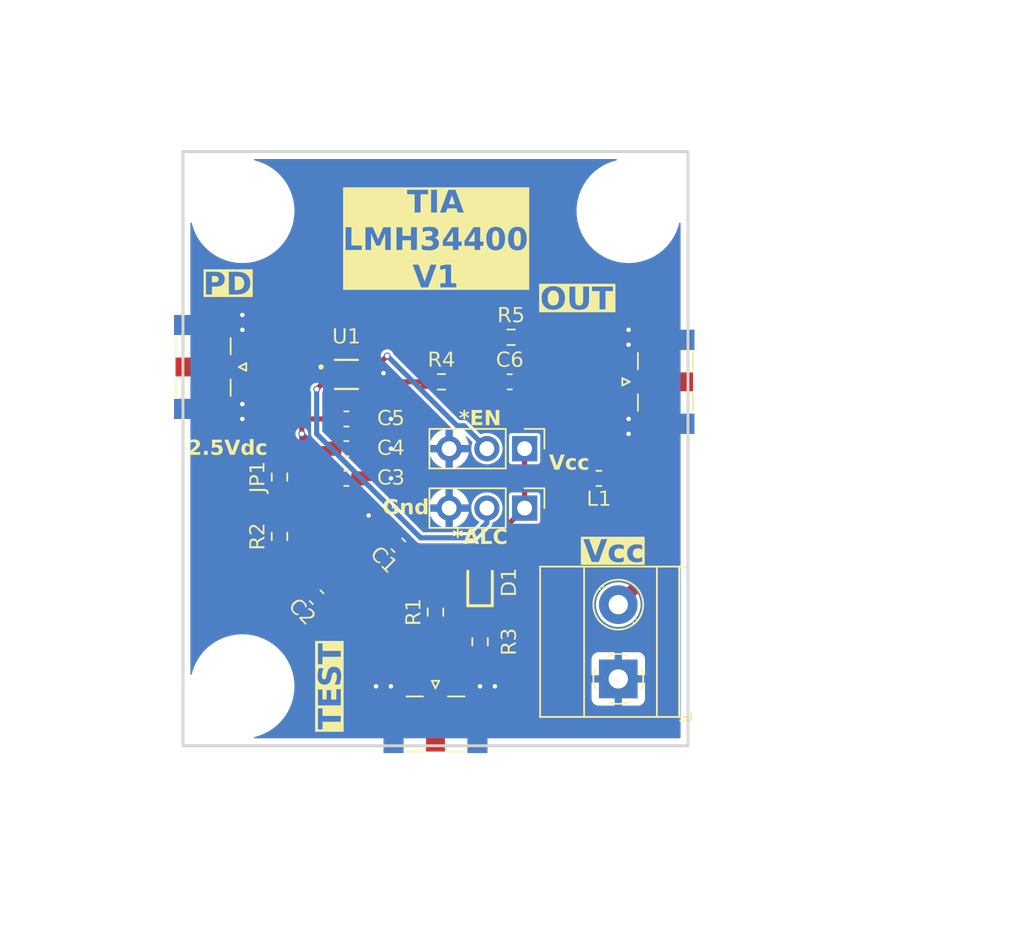
<source format=kicad_pcb>
(kicad_pcb (version 20240108) (generator "pcbnew") (generator_version "8.0")
  (layers (0 "F.Cu" signal) (1 "In1.Cu" signal) (2 "In2.Cu" signal) (31 "B.Cu" signal) (34 "B.Paste" user) (35 "F.Paste" user) (36 "B.SilkS" user "B.Silkscreen") (37 "F.SilkS" user "F.Silkscreen") (38 "B.Mask" user) (39 "F.Mask" user) (44 "Edge.Cuts" user))
  (net 0 "")
  (net 1 "GND")
  (net 2 "Net-(U1-OUT)")
  (net 3 "Net-(J3-Pin_2)")
  (net 4 "VCC")
  (net 5 "Net-(J1-In)")
  (net 6 "Net-(C1-Pad1)")
  (net 7 "Net-(C2-Pad2)")
  (net 8 "Net-(J6-In)")
  (net 9 "Net-(C6-Pad1)")
  (net 10 "Net-(J2-In)")
  (net 11 "Net-(J4-Pin_2)")
  (net 12 "Net-(J5-Pin_2)")
  (net 13 "Net-(JP1-A)")
  (net 14 "Net-(D1-K)")
  (footprint "Resistor_SMD:R_0603_1608Metric_Pad0.98x0.95mm_HandSolder" (layer "F.Cu") (at 113.5 74.9125 90)
    (property "Reference" "JP1" (at 0 -1.43 -90) (layer "F.SilkS") (effects (font (thickness 0.153))))
    (property "Value" "Test")
    (fp_line (start -0.254724 -0.5225) (end 0.254724 -0.5225) (stroke (width 0.12)) (layer "F.SilkS"))
    (fp_line (start -0.254724 0.5225) (end 0.254724 0.5225) (stroke (width 0.12)) (layer "F.SilkS"))
    (pad "1" smd roundrect (at -0.9125 0 90) (size 0.975 0.95) (layers "F.Cu" "F.Paste" "F.Mask") (net 13 "Net-(JP1-A)"))
    (pad "2" smd roundrect (at 0.9125 0 90) (size 0.975 0.95) (layers "F.Cu" "F.Paste" "F.Mask") (net 10 "Net-(J2-In)"))
  )
  (footprint "TerminalBlock_Phoenix:TerminalBlock_Phoenix_MKDS-1,5-2_1x02_P5.00mm_Horizontal" (layer "F.Cu") (at 136.305 88.5 90)
    (property "Reference" "J3")
    (property "Value" "Vout")
    (fp_line (start 7.56 -5.261) (end 7.56 4.66) (stroke (width 0.12)) (layer "F.SilkS"))
    (fp_line (start -2.56 -5.261) (end 7.56 -5.261) (stroke (width 0.12)) (layer "F.SilkS"))
    (fp_line (start -2.56 -5.261) (end -2.56 4.66) (stroke (width 0.12)) (layer "F.SilkS"))
    (fp_line (start -2.56 -2.301) (end 7.56 -2.301) (stroke (width 0.12)) (layer "F.SilkS"))
    (fp_line (start 6.07 -1.275) (end 6.035 -1.239) (stroke (width 0.12)) (layer "F.SilkS"))
    (fp_line (start 6.275 -1.069) (end 6.228 -1.023) (stroke (width 0.12)) (layer "F.SilkS"))
    (fp_line (start 3.773 1.023) (end 3.726 1.069) (stroke (width 0.12)) (layer "F.SilkS"))
    (fp_line (start 3.966 1.239) (end 3.931 1.274) (stroke (width 0.12)) (layer "F.SilkS"))
    (fp_line (start -2.56 2.6) (end 7.56 2.6) (stroke (width 0.12)) (layer "F.SilkS"))
    (fp_line (start -2.56 4.1) (end 7.56 4.1) (stroke (width 0.12)) (layer "F.SilkS"))
    (fp_line (start -2.8 4.16) (end -2.8 4.9) (stroke (width 0.12)) (layer "F.SilkS"))
    (fp_line (start -2.56 4.66) (end 7.56 4.66) (stroke (width 0.12)) (layer "F.SilkS"))
    (fp_line (start -2.8 4.9) (end -2.3 4.9) (stroke (width 0.12)) (layer "F.SilkS"))
    (fp_arc (start -0.683042 -1.535427) (mid 0.000524 -1.680501) (end 0.684 -1.535) (stroke (width 0.12)) (layer "F.SilkS"))
    (fp_arc (start 1.535427 -0.683042) (mid 1.680501 0.000524) (end 1.535 0.684) (stroke (width 0.12)) (layer "F.SilkS"))
    (fp_arc (start -1.535427 0.683042) (mid -1.680501 -0.000524) (end -1.535 -0.684) (stroke (width 0.12)) (layer "F.SilkS"))
    (fp_arc (start 0.683318 1.534756) (mid 0.349292 1.643288) (end 0 1.68) (stroke (width 0.12)) (layer "F.SilkS"))
    (fp_arc (start 0.028805 1.680253) (mid -0.335551 1.646659) (end -0.684 1.535) (stroke (width 0.12)) (layer "F.SilkS"))
    (fp_circle (center 5 0) (end 6.68 0) (stroke (width 0.12)) (fill none) (layer "F.SilkS"))
    (pad "1" thru_hole rect (at 0 0 90) (size 2.6 2.6) (drill 1.3) (layers "*.Cu" "*.Mask") (net 1 "GND"))
    (pad "2" thru_hole circle (at 5 0 90) (size 2.6 2.6) (drill 1.3) (layers "*.Cu" "*.Mask") (net 3 "Net-(J3-Pin_2)"))
  )
  (footprint "Resistor_SMD:R_0603_1608Metric_Pad0.98x0.95mm_HandSolder" (layer "F.Cu") (at 124 84 90)
    (property "Reference" "R1" (at 0 -1.43 -90) (layer "F.SilkS") (effects (font (thickness 0.153))))
    (property "Value" "50")
    (fp_line (start -0.254724 -0.5225) (end 0.254724 -0.5225) (stroke (width 0.12)) (layer "F.SilkS"))
    (fp_line (start -0.254724 0.5225) (end 0.254724 0.5225) (stroke (width 0.12)) (layer "F.SilkS"))
    (pad "1" smd roundrect (at -0.9125 0 90) (size 0.975 0.95) (layers "F.Cu" "F.Paste" "F.Mask") (net 5 "Net-(J1-In)"))
    (pad "2" smd roundrect (at 0.9125 0 90) (size 0.975 0.95) (layers "F.Cu" "F.Paste" "F.Mask") (net 6 "Net-(C1-Pad1)"))
  )
  (footprint "Inductor_SMD:L_0603_1608Metric_Pad1.05x0.95mm_HandSolder" (layer "F.Cu") (at 135 75 180)
    (property "Reference" "L1" (at 0 -1.43 180) (layer "F.SilkS"))
    (property "Value" "BLM18BA100SN1D")
    (fp_line (start -0.171268 0.51) (end 0.171268 0.51) (stroke (width 0.12)) (layer "F.SilkS"))
    (fp_line (start -0.171268 -0.51) (end 0.171268 -0.51) (stroke (width 0.12)) (layer "F.SilkS"))
    (pad "1" smd roundrect (at -0.874999 0 180) (size 1.05 0.95) (layers "F.Cu" "F.Paste" "F.Mask") (net 3 "Net-(J3-Pin_2)"))
    (pad "2" smd roundrect (at 0.874999 0 180) (size 1.05 0.95) (layers "F.Cu" "F.Paste" "F.Mask") (net 4 "VCC"))
  )
  (footprint "Connector_PinHeader_2.54mm:PinHeader_1x03_P2.54mm_Vertical" (layer "F.Cu") (at 130 73 -90)
    (property "Reference" "J5" (hide yes))
    (property "Value" "N_ALC")
    (fp_line (start -1.33 6.409999) (end 1.33 6.409999) (stroke (width 0.12)) (layer "F.SilkS"))
    (fp_line (start -1.33 1.270001) (end -1.33 6.409999) (stroke (width 0.12)) (layer "F.SilkS"))
    (fp_line (start -1.33 1.270001) (end 1.33 1.270001) (stroke (width 0.12)) (layer "F.SilkS"))
    (fp_line (start 1.33 1.270001) (end 1.33 6.409999) (stroke (width 0.12)) (layer "F.SilkS"))
    (fp_line (start -1.33 0) (end -1.33 -1.33) (stroke (width 0.12)) (layer "F.SilkS"))
    (fp_line (start -1.33 -1.33) (end 0 -1.33) (stroke (width 0.12)) (layer "F.SilkS"))
    (pad "1" thru_hole rect (at 0 0 270) (size 1.7 1.7) (drill 1) (layers "*.Cu" "*.Mask") (net 4 "VCC"))
    (pad "2" thru_hole oval (at 0 2.54 270) (size 1.7 1.7) (drill 1) (layers "*.Cu" "*.Mask") (net 12 "Net-(J5-Pin_2)"))
    (pad "3" thru_hole oval (at 0 5.079999 270) (size 1.7 1.7) (drill 1) (layers "*.Cu" "*.Mask") (net 1 "GND"))
  )
  (footprint "MountingHole:MountingHole_3.2mm_M3_DIN965" (layer "F.Cu") (at 137 57)
    (property "Reference" "H2" (hide yes))
    (property "Value" "M3")
    (pad "" np_thru_hole circle (at 0 0) (size 3.2 3.2) (drill 3.2) (layers "*.Cu" "*.Mask"))
  )
  (footprint "LumiCom_TIA:SOT5X3-6_DRL_TEX" (layer "F.Cu") (at 118 68)
    (property "Reference" "U1" (at 0 -2.5 0) (layer "F.SilkS") (effects (font (thickness 0.153))))
    (property "Value" "XLMH34400IDRLR")
    (fp_line (start -0.7747 0.9779) (end 0.7747 0.9779) (stroke (width 0.1524)) (layer "F.SilkS"))
    (fp_line (start 0.7747 -0.9779) (end -0.7747 -0.9779) (stroke (width 0.1524)) (layer "F.SilkS"))
    (fp_circle (center -1.701699 -0.5) (end -1.600099 -0.5) (stroke (width 0.1524)) (fill solid) (layer "F.SilkS"))
    (pad "1" smd rect (at -0.7977 -0.499999) (size 0.706399 0.2294) (layers "F.Cu" "F.Paste" "F.Mask") (net 10 "Net-(J2-In)"))
    (pad "2" smd rect (at -0.7977 0) (size 0.706399 0.2294) (layers "F.Cu" "F.Paste" "F.Mask") (net 4 "VCC"))
    (pad "3" smd rect (at -0.7977 0.499999) (size 0.706399 0.2294) (layers "F.Cu" "F.Paste" "F.Mask") (net 11 "Net-(J4-Pin_2)"))
    (pad "4" smd rect (at 0.7977 0.499999) (size 0.706399 0.2294) (layers "F.Cu" "F.Paste" "F.Mask") (net 2 "Net-(U1-OUT)"))
    (pad "5" smd rect (at 0.7977 0) (size 0.706399 0.2294) (layers "F.Cu" "F.Paste" "F.Mask") (net 1 "GND"))
    (pad "6" smd rect (at 0.7977 -0.499999) (size 0.706399 0.2294) (layers "F.Cu" "F.Paste" "F.Mask") (net 12 "Net-(J5-Pin_2)"))
  )
  (footprint "Connector_PinHeader_2.54mm:PinHeader_1x03_P2.54mm_Vertical" (layer "F.Cu") (at 130 77 -90)
    (property "Reference" "J4" (hide yes))
    (property "Value" "N_EN")
    (fp_line (start -1.33 6.409999) (end 1.33 6.409999) (stroke (width 0.12)) (layer "F.SilkS"))
    (fp_line (start -1.33 1.270001) (end -1.33 6.409999) (stroke (width 0.12)) (layer "F.SilkS"))
    (fp_line (start -1.33 1.270001) (end 1.33 1.270001) (stroke (width 0.12)) (layer "F.SilkS"))
    (fp_line (start 1.33 1.270001) (end 1.33 6.409999) (stroke (width 0.12)) (layer "F.SilkS"))
    (fp_line (start -1.33 0) (end -1.33 -1.33) (stroke (width 0.12)) (layer "F.SilkS"))
    (fp_line (start -1.33 -1.33) (end 0 -1.33) (stroke (width 0.12)) (layer "F.SilkS"))
    (pad "1" thru_hole rect (at 0 0 270) (size 1.7 1.7) (drill 1) (layers "*.Cu" "*.Mask") (net 4 "VCC"))
    (pad "2" thru_hole oval (at 0 2.54 270) (size 1.7 1.7) (drill 1) (layers "*.Cu" "*.Mask") (net 11 "Net-(J4-Pin_2)"))
    (pad "3" thru_hole oval (at 0 5.079999 270) (size 1.7 1.7) (drill 1) (layers "*.Cu" "*.Mask") (net 1 "GND"))
  )
  (footprint "Resistor_SMD:R_0603_1608Metric_Pad0.98x0.95mm_HandSolder" (layer "F.Cu") (at 124.4 68.5)
    (property "Reference" "R4" (at 0 -1.43 0) (layer "F.SilkS") (effects (font (thickness 0.153))))
    (property "Value" "50")
    (fp_line (start -0.254724 -0.5225) (end 0.254724 -0.5225) (stroke (width 0.12)) (layer "F.SilkS"))
    (fp_line (start -0.254724 0.5225) (end 0.254724 0.5225) (stroke (width 0.12)) (layer "F.SilkS"))
    (pad "1" smd roundrect (at -0.9125 0) (size 0.975 0.95) (layers "F.Cu" "F.Paste" "F.Mask") (net 2 "Net-(U1-OUT)"))
    (pad "2" smd roundrect (at 0.9125 0) (size 0.975 0.95) (layers "F.Cu" "F.Paste" "F.Mask") (net 9 "Net-(C6-Pad1)"))
  )
  (footprint "Capacitor_SMD:C_0603_1608Metric_Pad1.08x0.95mm_HandSolder" (layer "F.Cu") (at 121.5 79.5 135)
    (property "Reference" "C1" (at 0 -1.43 -45) (layer "F.SilkS") (effects (font (thickness 0.153))))
    (property "Value" "1uF")
    (fp_line (start -0.146267 -0.51) (end 0.146267 -0.51) (stroke (width 0.12)) (layer "F.SilkS"))
    (fp_line (start -0.146267 0.51) (end 0.146267 0.51) (stroke (width 0.12)) (layer "F.SilkS"))
    (pad "1" smd roundrect (at -0.862501 0 135) (size 1.075 0.95) (layers "F.Cu" "F.Paste" "F.Mask") (net 6 "Net-(C1-Pad1)"))
    (pad "2" smd roundrect (at 0.862501 0 135) (size 1.075 0.95) (layers "F.Cu" "F.Paste" "F.Mask") (net 1 "GND"))
  )
  (footprint "Capacitor_SMD:C_0603_1608Metric_Pad1.08x0.95mm_HandSolder" (layer "F.Cu") (at 118 73)
    (property "Reference" "C4" (at 3 0 0) (layer "F.SilkS"))
    (property "Value" "1uF")
    (fp_line (start -0.146267 -0.51) (end 0.146267 -0.51) (stroke (width 0.12)) (layer "F.SilkS"))
    (fp_line (start -0.146267 0.51) (end 0.146267 0.51) (stroke (width 0.12)) (layer "F.SilkS"))
    (pad "1" smd roundrect (at -0.8625 0) (size 1.075 0.95) (layers "F.Cu" "F.Paste" "F.Mask") (net 4 "VCC"))
    (pad "2" smd roundrect (at 0.8625 0) (size 1.075 0.95) (layers "F.Cu" "F.Paste" "F.Mask") (net 1 "GND"))
  )
  (footprint "Capacitor_SMD:C_0603_1608Metric_Pad1.08x0.95mm_HandSolder" (layer "F.Cu") (at 118 75)
    (property "Reference" "C3" (at 3 0 0) (layer "F.SilkS"))
    (property "Value" "10uF")
    (fp_line (start -0.146267 -0.51) (end 0.146267 -0.51) (stroke (width 0.12)) (layer "F.SilkS"))
    (fp_line (start -0.146267 0.51) (end 0.146267 0.51) (stroke (width 0.12)) (layer "F.SilkS"))
    (pad "1" smd roundrect (at -0.8625 0) (size 1.075 0.95) (layers "F.Cu" "F.Paste" "F.Mask") (net 4 "VCC"))
    (pad "2" smd roundrect (at 0.8625 0) (size 1.075 0.95) (layers "F.Cu" "F.Paste" "F.Mask") (net 1 "GND"))
  )
  (footprint "Resistor_SMD:R_0603_1608Metric_Pad0.98x0.95mm_HandSolder" (layer "F.Cu") (at 129.0875 65.5)
    (property "Reference" "R5" (at 0 -1.43 0) (layer "F.SilkS"))
    (property "Value" "0")
    (fp_line (start -0.254724 -0.5225) (end 0.254724 -0.5225) (stroke (width 0.12)) (layer "F.SilkS"))
    (fp_line (start -0.254724 0.5225) (end 0.254724 0.5225) (stroke (width 0.12)) (layer "F.SilkS"))
    (pad "1" smd roundrect (at -0.9125 0) (size 0.975 0.95) (layers "F.Cu" "F.Paste" "F.Mask") (net 9 "Net-(C6-Pad1)"))
    (pad "2" smd roundrect (at 0.9125 0) (size 0.975 0.95) (layers "F.Cu" "F.Paste" "F.Mask") (net 8 "Net-(J6-In)"))
  )
  (footprint "MountingHole:MountingHole_3.2mm_M3_DIN965" (layer "F.Cu") (at 111 57)
    (property "Reference" "H1" (hide yes))
    (property "Value" "M3")
    (pad "" np_thru_hole circle (at 0 0) (size 3.2 3.2) (drill 3.2) (layers "*.Cu" "*.Mask"))
  )
  (footprint "LumiCom_TIA:LEDC1608X80N" (layer "F.Cu") (at 127 82 90)
    (property "Reference" "D1" (at 0 2 -90) (layer "F.SilkS") (effects (font (thickness 0.254))))
    (property "Value" "150060VS75000 " (hide yes))
    (fp_line (start 0.75 -0.825) (end -1.575 -0.825) (stroke (width 0.2)) (layer "F.SilkS"))
    (fp_line (start -1.575 -0.825) (end -1.575 0.825) (stroke (width 0.2)) (layer "F.SilkS"))
    (fp_line (start -1.575 0.825) (end 0.75 0.825) (stroke (width 0.2)) (layer "F.SilkS"))
    (pad "1" smd rect (at -0.75 0 180) (size 0.95 0.95) (layers "F.Cu" "F.Paste" "F.Mask") (net 14 "Net-(D1-K)"))
    (pad "2" smd rect (at 0.75 0 180) (size 0.95 0.95) (layers "F.Cu" "F.Paste" "F.Mask") (net 4 "VCC"))
  )
  (footprint "Connector_Coaxial:SMA_Samtec_SMA-J-P-X-ST-EM1_EdgeMount" (layer "F.Cu") (at 108.5 67.5 -90)
    (property "Reference" "J2")
    (property "Value" "Conn_Coaxial")
    (fp_line (start -1.95 2) (end -0.84 2) (stroke (width 0.12)) (layer "F.SilkS"))
    (fp_line (start 0.84 2) (end 1.95 2) (stroke (width 0.12)) (layer "F.SilkS"))
    (fp_line (start -1.95 -1.71) (end -0.84 -1.71) (stroke (width 0.12)) (layer "F.SilkS"))
    (fp_line (start 0.84 -1.71) (end 1.95 -1.71) (stroke (width 0.12)) (layer "F.SilkS"))
    (fp_line (start 0 -2.26) (end 0.25 -2.76) (stroke (width 0.12)) (layer "F.SilkS"))
    (fp_line (start -0.25 -2.76) (end 0 -2.26) (stroke (width 0.12)) (layer "F.SilkS"))
    (fp_line (start 0.25 -2.76) (end -0.25 -2.76) (stroke (width 0.12)) (layer "F.SilkS"))
    (pad "1" smd rect (at 0 0.199999 270) (size 1.27 3.6) (layers "F.Cu" "F.Paste" "F.Mask") (net 10 "Net-(J2-In)"))
    (pad "2" smd rect (at -2.825 0 270) (size 1.35 4.2) (layers "F.Cu" "F.Paste" "F.Mask") (net 1 "GND"))
    (pad "2" smd rect (at -2.825 0 270) (size 1.35 4.2) (layers "B.Cu" "B.Paste" "B.Mask") (net 1 "GND"))
    (pad "2" smd rect (at 2.825 0 270) (size 1.35 4.2) (layers "F.Cu" "F.Paste" "F.Mask") (net 1 "GND"))
    (pad "2" smd rect (at 2.825 0 270) (size 1.35 4.2) (layers "B.Cu" "B.Paste" "B.Mask") (net 1 "GND"))
  )
  (footprint "Capacitor_SMD:C_0603_1608Metric_Pad1.08x0.95mm_HandSolder" (layer "F.Cu") (at 129 68.5)
    (property "Reference" "C6" (at 0 -1.43 0) (layer "F.SilkS") (effects (font (thickness 0.153))))
    (property "Value" "1uF")
    (fp_line (start -0.146267 -0.51) (end 0.146267 -0.51) (stroke (width 0.12)) (layer "F.SilkS"))
    (fp_line (start -0.146267 0.51) (end 0.146267 0.51) (stroke (width 0.12)) (layer "F.SilkS"))
    (pad "1" smd roundrect (at -0.8625 0) (size 1.075 0.95) (layers "F.Cu" "F.Paste" "F.Mask") (net 9 "Net-(C6-Pad1)"))
    (pad "2" smd roundrect (at 0.8625 0) (size 1.075 0.95) (layers "F.Cu" "F.Paste" "F.Mask") (net 8 "Net-(J6-In)"))
  )
  (footprint "Connector_Coaxial:SMA_Samtec_SMA-J-P-X-ST-EM1_EdgeMount" (layer "F.Cu") (at 139.3375 68.5 90)
    (property "Reference" "J6")
    (property "Value" "Conn_Coaxial")
    (fp_line (start 0.25 -2.76) (end -0.25 -2.76) (stroke (width 0.12)) (layer "F.SilkS"))
    (fp_line (start -0.25 -2.76) (end 0 -2.26) (stroke (width 0.12)) (layer "F.SilkS"))
    (fp_line (start 0 -2.26) (end 0.25 -2.76) (stroke (width 0.12)) (layer "F.SilkS"))
    (fp_line (start 0.84 -1.71) (end 1.95 -1.71) (stroke (width 0.12)) (layer "F.SilkS"))
    (fp_line (start -1.95 -1.71) (end -0.84 -1.71) (stroke (width 0.12)) (layer "F.SilkS"))
    (fp_line (start 0.84 2) (end 1.95 2) (stroke (width 0.12)) (layer "F.SilkS"))
    (fp_line (start -1.95 2) (end -0.84 2) (stroke (width 0.12)) (layer "F.SilkS"))
    (pad "1" smd rect (at 0 0.199999 90) (size 1.27 3.6) (layers "F.Cu" "F.Paste" "F.Mask") (net 8 "Net-(J6-In)"))
    (pad "2" smd rect (at -2.825 0 90) (size 1.35 4.2) (layers "F.Cu" "F.Paste" "F.Mask") (net 1 "GND"))
    (pad "2" smd rect (at -2.825 0 90) (size 1.35 4.2) (layers "B.Cu" "B.Paste" "B.Mask") (net 1 "GND"))
    (pad "2" smd rect (at 2.825 0 90) (size 1.35 4.2) (layers "F.Cu" "F.Paste" "F.Mask") (net 1 "GND"))
    (pad "2" smd rect (at 2.825 0 90) (size 1.35 4.2) (layers "B.Cu" "B.Paste" "B.Mask") (net 1 "GND"))
  )
  (footprint "Capacitor_SMD:C_0603_1608Metric_Pad1.08x0.95mm_HandSolder" (layer "F.Cu") (at 118 71)
    (property "Reference" "C5" (at 3 0 0) (layer "F.SilkS"))
    (property "Value" "100nF")
    (fp_line (start -0.146267 -0.51) (end 0.146267 -0.51) (stroke (width 0.12)) (layer "F.SilkS"))
    (fp_line (start -0.146267 0.51) (end 0.146267 0.51) (stroke (width 0.12)) (layer "F.SilkS"))
    (pad "1" smd roundrect (at -0.8625 0) (size 1.075 0.95) (layers "F.Cu" "F.Paste" "F.Mask") (net 4 "VCC"))
    (pad "2" smd roundrect (at 0.8625 0) (size 1.075 0.95) (layers "F.Cu" "F.Paste" "F.Mask") (net 1 "GND"))
  )
  (footprint "Capacitor_SMD:C_0603_1608Metric_Pad1.08x0.95mm_HandSolder" (layer "F.Cu") (at 116 83 135)
    (property "Reference" "C2" (at 0 -1.43 -45) (layer "F.SilkS") (effects (font (thickness 0.153))))
    (property "Value" "1uF")
    (fp_line (start -0.146267 -0.51) (end 0.146267 -0.51) (stroke (width 0.12)) (layer "F.SilkS"))
    (fp_line (start -0.146267 0.51) (end 0.146267 0.51) (stroke (width 0.12)) (layer "F.SilkS"))
    (pad "1" smd roundrect (at -0.862501 0 135) (size 1.075 0.95) (layers "F.Cu" "F.Paste" "F.Mask") (net 5 "Net-(J1-In)"))
    (pad "2" smd roundrect (at 0.862501 0 135) (size 1.075 0.95) (layers "F.Cu" "F.Paste" "F.Mask") (net 7 "Net-(C2-Pad2)"))
  )
  (footprint "Resistor_SMD:R_0603_1608Metric_Pad0.98x0.95mm_HandSolder" (layer "F.Cu") (at 113.5 78.9125 90)
    (property "Reference" "R2" (at 0 -1.43 -90) (layer "F.SilkS") (effects (font (thickness 0.153))))
    (property "Value" "4.02K")
    (fp_line (start -0.254724 -0.5225) (end 0.254724 -0.5225) (stroke (width 0.12)) (layer "F.SilkS"))
    (fp_line (start -0.254724 0.5225) (end 0.254724 0.5225) (stroke (width 0.12)) (layer "F.SilkS"))
    (pad "1" smd roundrect (at -0.9125 0 90) (size 0.975 0.95) (layers "F.Cu" "F.Paste" "F.Mask") (net 7 "Net-(C2-Pad2)"))
    (pad "2" smd roundrect (at 0.9125 0 90) (size 0.975 0.95) (layers "F.Cu" "F.Paste" "F.Mask") (net 13 "Net-(JP1-A)"))
  )
  (footprint "MountingHole:MountingHole_3.2mm_M3_DIN965" (layer "F.Cu") (at 111 89)
    (property "Reference" "H3" (hide yes))
    (property "Value" "M3")
    (pad "" np_thru_hole circle (at 0 0) (size 3.2 3.2) (drill 3.2) (layers "*.Cu" "*.Mask"))
  )
  (footprint "Connector_Coaxial:SMA_Samtec_SMA-J-P-X-ST-EM1_EdgeMount" (layer "F.Cu") (at 124 91.39)
    (property "Reference" "J1")
    (property "Value" "TEST")
    (fp_line (start -1.95 -1.71) (end -0.84 -1.71) (stroke (width 0.12)) (layer "F.SilkS"))
    (fp_line (start -1.95 2) (end -0.84 2) (stroke (width 0.12)) (layer "F.SilkS"))
    (fp_line (start -0.25 -2.76) (end 0 -2.26) (stroke (width 0.12)) (layer "F.SilkS"))
    (fp_line (start 0 -2.26) (end 0.25 -2.76) (stroke (width 0.12)) (layer "F.SilkS"))
    (fp_line (start 0.25 -2.76) (end -0.25 -2.76) (stroke (width 0.12)) (layer "F.SilkS"))
    (fp_line (start 0.84 -1.71) (end 1.95 -1.71) (stroke (width 0.12)) (layer "F.SilkS"))
    (fp_line (start 0.84 2) (end 1.95 2) (stroke (width 0.12)) (layer "F.SilkS"))
    (pad "1" smd rect (at 0 0.199999) (size 1.27 3.6) (layers "F.Cu" "F.Paste" "F.Mask") (net 5 "Net-(J1-In)"))
    (pad "2" smd rect (at -2.825 0) (size 1.35 4.2) (layers "F.Cu" "F.Paste" "F.Mask") (net 1 "GND"))
    (pad "2" smd rect (at -2.825 0) (size 1.35 4.2) (layers "B.Cu" "B.Paste" "B.Mask") (net 1 "GND"))
    (pad "2" smd rect (at 2.825 0) (size 1.35 4.2) (layers "F.Cu" "F.Paste" "F.Mask") (net 1 "GND"))
    (pad "2" smd rect (at 2.825 0) (size 1.35 4.2) (layers "B.Cu" "B.Paste" "B.Mask") (net 1 "GND"))
  )
  (footprint "Resistor_SMD:R_0603_1608Metric_Pad0.98x0.95mm_HandSolder" (layer "F.Cu") (at 127 86 -90)
    (property "Reference" "R3" (at 0 -2 90) (layer "F.SilkS"))
    (property "Value" "1k2")
    (fp_line (start -0.254724 0.5225) (end 0.254724 0.5225) (stroke (width 0.12)) (layer "F.SilkS"))
    (fp_line (start -0.254724 -0.5225) (end 0.254724 -0.5225) (stroke (width 0.12)) (layer "F.SilkS"))
    (pad "1" smd roundrect (at -0.9125 0 270) (size 0.975 0.95) (layers "F.Cu" "F.Paste" "F.Mask") (net 14 "Net-(D1-K)"))
    (pad "2" smd roundrect (at 0.9125 0 270) (size 0.975 0.95) (layers "F.Cu" "F.Paste" "F.Mask") (net 1 "GND"))
  )
  (gr_rect (start 107 53) (end 141 93) (stroke (width 0.2)) (fill none) (layer "Edge.Cuts"))
  (gr_text "TEST" (at 117 89 90) (layer "F.SilkS" knockout) (effects (font (size 1.5 1.5) (thickness 0.3) (bold yes) (italic yes))))
  (gr_text "2.5Vdc" (at 110 73 0) (layer "F.SilkS") (effects (font (size 1 1) (thickness 0.25) (bold yes))))
  (gr_text "PD" (at 110 62 0) (layer "F.SilkS" knockout) (effects (font (size 1.5 1.5) (thickness 0.3) (bold yes) (italic yes))))
  (gr_text "OUT" (at 133.5 63 0) (layer "F.SilkS" knockout) (effects (font (size 1.5 1.5) (thickness 0.3) (bold yes) (italic yes))))
  (gr_text "Vcc" (at 136 80 0) (layer "F.SilkS" knockout) (effects (font (size 1.5 1.5) (thickness 0.3) (bold yes) (italic yes))))
  (gr_text "*ALC" (at 127 79 0) (layer "F.SilkS") (effects (font (size 1 1) (thickness 0.2) (bold yes))))
  (gr_text "Vcc" (at 133 74 0) (layer "F.SilkS") (effects (font (size 1 1) (thickness 0.2) (bold yes))))
  (gr_text "TIA\nLMH34400\nV1" (at 124 59 0) (layer "F.SilkS" knockout) (effects (font (size 1.5 1.5) (thickness 0.3) (bold yes) (italic yes))))
  (gr_text "*EN" (at 127 71 0) (layer "F.SilkS") (effects (font (size 1 1) (thickness 0.2) (bold yes))))
  (gr_text "Gnd" (at 122 77 0) (layer "F.SilkS") (effects (font (size 1 1) (thickness 0.2) (bold yes))))
  (segment (start 127 91.215) (end 126.825 91.39) (width 0.3493) (layer "F.Cu") (net 1))
  (segment (start 108.825 65) (end 108.5 64.675) (width 0.3493) (layer "F.Cu") (net 1))
  (segment (start 111 71) (end 109.175 71) (width 0.3493) (layer "F.Cu") (net 1))
  (segment (start 139.3375 71.325) (end 137.675 71.325) (width 0.3493) (layer "F.Cu") (net 1))
  (segment (start 139.0125 71) (end 139.3375 71.325) (width 0.3493) (layer "F.Cu") (net 1))
  (segment (start 118.8625 75) (end 121 75) (width 0.3493) (layer "F.Cu") (net 1))
  (segment (start 127 89) (end 127 91.215) (width 0.3493) (layer "F.Cu") (net 1))
  (segment (start 109.175 64) (end 108.5 64.675) (width 0.3493) (layer "F.Cu") (net 1))
  (segment (start 111 70) (end 108.825 70) (width 0.3493) (layer "F.Cu") (net 1))
  (segment (start 137 71) (end 139.0125 71) (width 0.3493) (layer "F.Cu") (net 1))
  (segment (start 128 89) (end 128 90.215) (width 0.3493) (layer "F.Cu") (net 1))
  (segment (start 111 64) (end 109.175 64) (width 0.3493) (layer "F.Cu") (net 1))
  (segment (start 139.0125 66) (end 139.3375 65.675) (width 0.3493) (layer "F.Cu") (net 1))
  (segment (start 119.5 77.5) (end 120.89012 78.89012) (width 0.3493) (layer "F.Cu") (net 1))
  (segment (start 108.825 70) (end 108.5 70.325) (width 0.3493) (layer "F.Cu") (net 1))
  (segment (start 118.862501 71) (end 121 71) (width 0.3493) (layer "F.Cu") (net 1))
  (segment (start 137.675 71.325) (end 137 72) (width 0.3493) (layer "F.Cu") (net 1))
  (segment (start 120 89) (end 120 90.215) (width 0.3493) (layer "F.Cu") (net 1))
  (segment (start 120.416099 68) (end 118.7977 68) (width 0.3) (layer "F.Cu") (net 1))
  (segment (start 111 65) (end 108.825 65) (width 0.3493) (layer "F.Cu") (net 1))
  (segment (start 118.862501 73) (end 121 73) (width 0.3493) (layer "F.Cu") (net 1))
  (segment (start 137 65) (end 138.6625 65) (width 0.3493) (layer "F.Cu") (net 1))
  (segment (start 138.6625 65) (end 139.3375 65.675) (width 0.3493) (layer "F.Cu") (net 1))
  (segment (start 109.175 71) (end 108.5 70.325) (width 0.3493) (layer "F.Cu") (net 1))
  (segment (start 127 86.9125) (end 127 89) (width 0.3493) (layer "F.Cu") (net 1))
  (segment (start 120 90.215) (end 121.175 91.39) (width 0.3493) (layer "F.Cu") (net 1))
  (segment (start 121 91.215) (end 121.175 91.39) (width 0.3493) (layer "F.Cu") (net 1))
  (segment (start 120.5 67.916099) (end 120.416099 68) (width 0.3493) (layer "F.Cu") (net 1))
  (segment (start 137 66) (end 139.0125 66) (width 0.3493) (layer "F.Cu") (net 1))
  (segment (start 121 89) (end 121 91.215) (width 0.3493) (layer "F.Cu") (net 1))
  (segment (start 128 90.215) (end 126.825 91.39) (width 0.3493) (layer "F.Cu") (net 1))
  (via (at 137 71) (size 0.45) (drill 0.3) (layers "F.Cu" "B.Cu") (net 1))
  (via (at 120 89) (size 0.45) (drill 0.3) (layers "F.Cu" "B.Cu") (net 1))
  (via (at 120.5 67.916099) (size 0.45) (drill 0.3) (layers "F.Cu" "B.Cu") (net 1))
  (via (at 121 71) (size 0.45) (drill 0.3) (layers "F.Cu" "B.Cu") (net 1))
  (via (at 137 66) (size 0.45) (drill 0.3) (layers "F.Cu" "B.Cu") (net 1))
  (via (at 111 71) (size 0.45) (drill 0.3) (layers "F.Cu" "B.Cu") (net 1))
  (via (at 121 89) (size 0.45) (drill 0.3) (layers "F.Cu" "B.Cu") (net 1))
  (via (at 137 72) (size 0.45) (drill 0.3) (layers "F.Cu" "B.Cu") (net 1))
  (via (at 111 70) (size 0.45) (drill 0.3) (layers "F.Cu" "B.Cu") (net 1))
  (via (at 127 89) (size 0.45) (drill 0.3) (layers "F.Cu" "B.Cu") (net 1))
  (via (at 111 65) (size 0.45) (drill 0.3) (layers "F.Cu" "B.Cu") (net 1))
  (via (at 119.5 77.5) (size 0.45) (drill 0.3) (layers "F.Cu" "B.Cu") (net 1))
  (via (at 128 89) (size 0.45) (drill 0.3) (layers "F.Cu" "B.Cu") (net 1))
  (via (at 111 64) (size 0.45) (drill 0.3) (layers "F.Cu" "B.Cu") (net 1))
  (via (at 137 65) (size 0.45) (drill 0.3) (layers "F.Cu" "B.Cu") (net 1))
  (via (at 121 73) (size 0.45) (drill 0.3) (layers "F.Cu" "B.Cu") (net 1))
  (via (at 121 75) (size 0.45) (drill 0.3) (layers "F.Cu" "B.Cu") (net 1))
  (segment (start 118.822351 68.52465) (end 121.37535 68.52465) (width 0.3) (layer "F.Cu") (net 2))
  (segment (start 118.7977 68.499999) (end 118.822351 68.52465) (width 0.3) (layer "F.Cu") (net 2))
  (segment (start 121.37535 68.52465) (end 121.4 68.5) (width 0.3) (layer "F.Cu") (net 2))
  (segment (start 121.4 68.5) (end 123.4875 68.5) (width 0.3493) (layer "F.Cu") (net 2))
  (segment (start 138 81.805) (end 138 76) (width 0.8) (layer "F.Cu") (net 3))
  (segment (start 136.305 83.5) (end 138 81.805) (width 0.8) (layer "F.Cu") (net 3))
  (segment (start 138 76) (end 137 75) (width 0.8) (layer "F.Cu") (net 3))
  (segment (start 137 75) (end 135.874999 75) (width 0.8) (layer "F.Cu") (net 3))
  (segment (start 130 75) (end 134.125001 75) (width 0.6) (layer "F.Cu") (net 4))
  (segment (start 127 81.25) (end 127 80) (width 0.3493) (layer "F.Cu") (net 4))
  (segment (start 116 73) (end 117.137499 73) (width 0.3493) (layer "F.Cu") (net 4))
  (segment (start 130 77) (end 130 75) (width 0.3493) (layer "F.Cu") (net 4))
  (segment (start 115 71) (end 117.137499 71) (width 0.3493) (layer "F.Cu") (net 4))
  (segment (start 115 72) (end 116 73) (width 0.3493) (layer "F.Cu") (net 4))
  (segment (start 115 74) (end 115 72) (width 0.3493) (layer "F.Cu") (net 4))
  (segment (start 117.1375 75) (end 116 75) (width 0.3493) (layer "F.Cu") (net 4))
  (segment (start 117.2023 68) (end 116.025001 68) (width 0.3) (layer "F.Cu") (net 4))
  (segment (start 115 72) (end 115 69.025001) (width 0.3493) (layer "F.Cu") (net 4))
  (segment (start 115 69.025001) (end 116 68.025001) (width 0.3493) (layer "F.Cu") (net 4))
  (segment (start 116.025001 68) (end 116 68.025001) (width 0.3493) (layer "F.Cu") (net 4))
  (segment (start 130 75) (end 130 73) (width 0.3493) (layer "F.Cu") (net 4))
  (segment (start 116 75) (end 115 74) (width 0.3493) (layer "F.Cu") (net 4))
  (segment (start 127 80) (end 130 77) (width 0.3493) (layer "F.Cu") (net 4))
  (via (at 115 72) (size 0.45) (drill 0.3) (layers "F.Cu" "B.Cu") (net 4))
  (segment (start 117.9125 84.9125) (end 124 84.9125) (width 0.3493) (layer "F.Cu") (net 5))
  (segment (start 116.60988 83.60988) (end 117.9125 84.9125) (width 0.3493) (layer "F.Cu") (net 5))
  (segment (start 124 90.09) (end 124 84.9125) (width 0.3493) (layer "F.Cu") (net 5))
  (segment (start 124 83.0875) (end 124 82) (width 0.3493) (layer "F.Cu") (net 6))
  (segment (start 124 82) (end 122.10988 80.10988) (width 0.3493) (layer "F.Cu") (net 6))
  (segment (start 113.5 80.5) (end 113.5 79.825) (width 0.3493) (layer "F.Cu") (net 7))
  (segment (start 115.39012 82.39012) (end 113.5 80.5) (width 0.3493) (layer "F.Cu") (net 7))
  (segment (start 129.8625 68.5) (end 132 68.5) (width 0.3493) (layer "F.Cu") (net 8))
  (segment (start 131.5 65.5) (end 132 66) (width 0.3493) (layer "F.Cu") (net 8))
  (segment (start 132 68.5) (end 139.59 68.5) (width 0.3493) (layer "F.Cu") (net 8))
  (segment (start 132 66) (end 132 68.5) (width 0.3493) (layer "F.Cu") (net 8))
  (segment (start 130.5 65.5) (end 131.5 65.5) (width 0.3493) (layer "F.Cu") (net 8))
  (segment (start 125.3125 68.5) (end 126.5 68.5) (width 0.3493) (layer "F.Cu") (net 9))
  (segment (start 126.5 68.5) (end 126.5 66) (width 0.3493) (layer "F.Cu") (net 9))
  (segment (start 127 65.5) (end 128.175 65.5) (width 0.3493) (layer "F.Cu") (net 9))
  (segment (start 126.5 66) (end 127 65.5) (width 0.3493) (layer "F.Cu") (net 9))
  (segment (start 126.5 68.5) (end 128.1375 68.5) (width 0.3493) (layer "F.Cu") (net 9))
  (segment (start 113.5 69.000001) (end 115 67.500001) (width 0.3493) (layer "F.Cu") (net 10))
  (segment (start 116 67.500001) (end 117.2023 67.500001) (width 0.3) (layer "F.Cu") (net 10))
  (segment (start 109.800001 67.500001) (end 114 67.500001) (width 0.3493) (layer "F.Cu") (net 10))
  (segment (start 109.8 67.5) (end 109.800001 67.500001) (width 0.3493) (layer "F.Cu") (net 10))
  (segment (start 114 67.500001) (end 116 67.500001) (width 0.3493) (layer "F.Cu") (net 10))
  (segment (start 113.5 74) (end 113.5 69.000001) (width 0.3493) (layer "F.Cu") (net 10))
  (segment (start 117.2023 68.499999) (end 116.500001 68.499999) (width 0.3) (layer "F.Cu") (net 11))
  (segment (start 116.500001 68.499999) (end 116 69) (width 0.3493) (layer "F.Cu") (net 11))
  (via (at 116 69) (size 0.45) (drill 0.3) (layers "F.Cu" "B.Cu") (net 11))
  (segment (start 127.46 77) (end 127.46 78) (width 0.3493) (layer "B.Cu") (net 11))
  (segment (start 127.46 78) (end 126.46 79) (width 0.3493) (layer "B.Cu") (net 11))
  (segment (start 116 72) (end 116 69) (width 0.3493) (layer "B.Cu") (net 11))
  (segment (start 123 79) (end 116 72) (width 0.3493) (layer "B.Cu") (net 11))
  (segment (start 126.46 79) (end 123 79) (width 0.3493) (layer "B.Cu") (net 11))
  (segment (start 119.999999 67.500001) (end 118.7977 67.500001) (width 0.3) (layer "F.Cu") (net 12))
  (segment (start 120.75 66.75) (end 119.999999 67.500001) (width 0.3493) (layer "F.Cu") (net 12))
  (via (at 120.75 66.75) (size 0.45) (drill 0.3) (layers "F.Cu" "B.Cu") (net 12))
  (segment (start 125.46 71.46) (end 125.92 71.46) (width 0.3493) (layer "B.Cu") (net 12))
  (segment (start 120.75 66.75) (end 125.46 71.46) (width 0.3493) (layer "B.Cu") (net 12))
  (segment (start 125.92 71.46) (end 127.46 73) (width 0.3493) (layer "B.Cu") (net 12))
  (segment (start 113.5 78) (end 113.5 75.825) (width 0.3493) (layer "F.Cu") (net 13))
  (segment (start 127 85.0875) (end 127 82.75) (width 0.3493) (layer "F.Cu") (net 14))
  (zone (net 1) (net_name "GND") (layers "In1.Cu" "B.Cu") (connect_pads thru_hole_only (clearance 0.1)) (min_thickness 0.1) (fill yes (thermal_gap 0.5) (thermal_bridge_width 0.5))
    (polygon (pts (xy 107.5 53.5) (xy 140.5 53.5) (xy 140.5 92.5) (xy 107.5 92.5)))
  )
)
</source>
